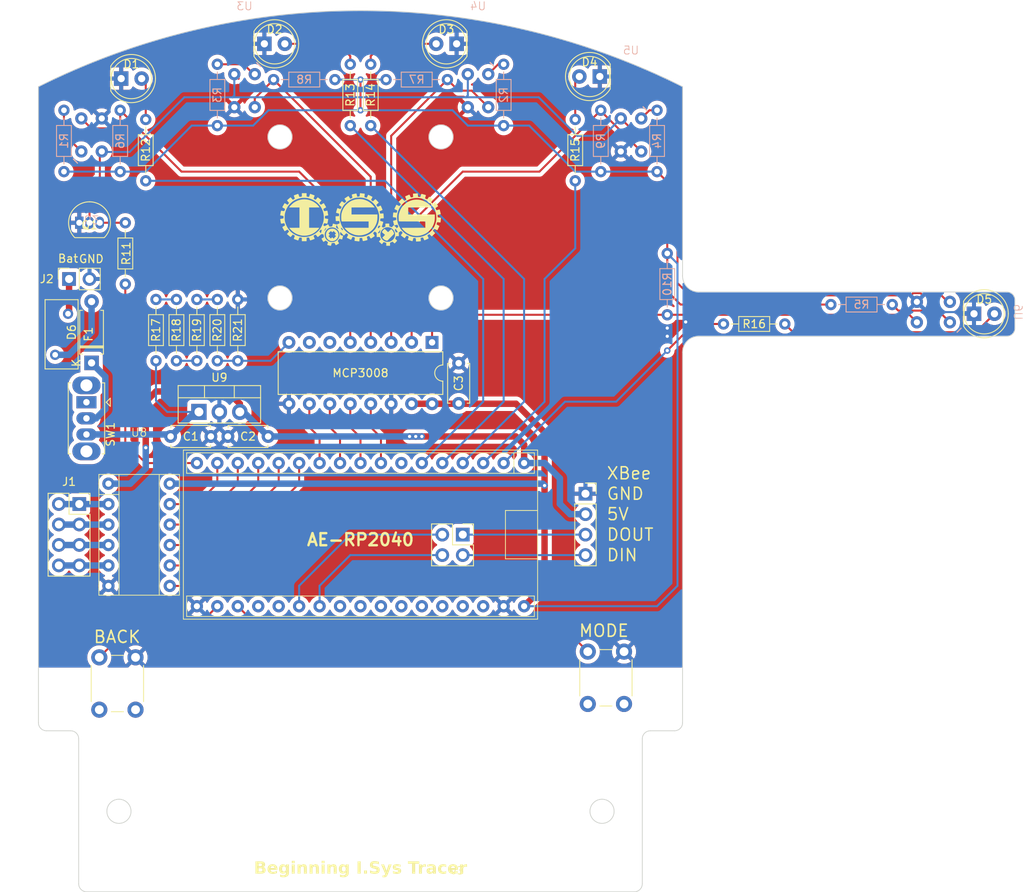
<source format=kicad_pcb>
(kicad_pcb (version 20221018) (generator pcbnew)
  (layers (0 "F.Cu" signal) (31 "B.Cu" signal) (34 "B.Paste" user) (35 "F.Paste" user) (36 "B.SilkS" user "B.Silkscreen") (37 "F.SilkS" user "F.Silkscreen") (38 "B.Mask" user) (39 "F.Mask" user) (44 "Edge.Cuts" user))
  (net 0 "")
  (net 1 "GND")
  (net 2 "+3V3")
  (net 3 "/MCP3008_CLK")
  (net 4 "/MCP3008_Dout")
  (net 5 "/MCP3008_Din")
  (net 6 "/MCP3008_CS")
  (net 7 "/sensor_L")
  (net 8 "/sensor_CR")
  (net 9 "/sensor_CL")
  (net 10 "/sensor_R")
  (net 11 "Net-(R1-Pad2)")
  (net 12 "Net-(R2-Pad2)")
  (net 13 "/sensor_Goal")
  (net 14 "+5V")
  (net 15 "/FET_D")
  (net 16 "Net-(J2-Pin_1)")
  (net 20 "/XBee_DOUT")
  (net 29 "Net-(Q1-B)")
  (net 30 "Net-(R3-Pad2)")
  (net 31 "Net-(R4-Pad2)")
  (net 32 "/FET_B")
  (net 33 "Net-(R5-Pad2)")
  (net 36 "+BATT")
  (net 37 "Net-(J1-Pin_1)")
  (net 38 "Net-(J1-Pin_3)")
  (net 39 "Net-(J1-Pin_5)")
  (net 40 "Net-(J1-Pin_7)")
  (net 41 "/DRV8835_MODE")
  (net 42 "/DRV8835_AIN1")
  (net 43 "/DRV8835_AIN2")
  (net 44 "/DRV8835_BIN1")
  (net 45 "/DRV8835_BIN2")
  (net 46 "Net-(D1-A)")
  (net 47 "Net-(D2-A)")
  (net 48 "Net-(D3-A)")
  (net 49 "Net-(D4-A)")
  (net 50 "Net-(D5-A)")
  (net 51 "/LED_L")
  (net 52 "/LED_CL")
  (net 53 "/LED_CR")
  (net 54 "/LED_R")
  (net 55 "/LED_Goal")
  (net 57 "/MODE")
  (net 58 "/BACK")
  (net 59 "Net-(R17-Pad2)")
  (net 60 "Net-(R18-Pad2)")
  (net 61 "Net-(R19-Pad2)")
  (net 62 "Net-(U7-CH7)")
  (net 63 "Net-(D6-K)")
  (net 64 "/V_Battery")
  (net 65 "/XBee_DIN")
  (net 66 "/RasPico_RX")
  (net 67 "/RasPico_TX")
  (footprint "Diode_THT:D_A-405_P7.62mm_Horizontal" (layer "F.Cu") (at 119 82.81 90)
    (fp_text reference "D6")
    (fp_text value "D")
  )
  (footprint "Capacitor_THT:C_Disc_D4.7mm_W2.5mm_P5.00mm" (layer "F.Cu") (at 128.818 91.948)
    (fp_text reference "C1")
    (fp_text value "C")
  )
  (footprint "Resistor_THT:R_Axial_DIN0204_L3.6mm_D1.6mm_P7.62mm_Horizontal" (layer "F.Cu") (at 151.13 53.34 90)
    (fp_text reference "R13")
    (fp_text value "R")
  )
  (footprint "Connector_PinSocket_2.54mm:PinSocket_2x02_P2.54mm_Vertical" (layer "F.Cu") (at 165.1 104.14)
    (fp_text reference "J4" hide)
    (fp_text value "Conn_02x02_Odd_Even")
  )
  (footprint "Package_DIP:DIP-16_W7.62mm" (layer "F.Cu") (at 161.29 80.264 -90)
    (fp_text reference "U7" hide)
    (fp_text value "MCP3008")
  )
  (footprint "AE-Compornents:AE-RP2040" (layer "F.Cu") (at 152.4 104.14 -90)
    (fp_text reference "U1" hide)
    (fp_text value "~")
  )
  (footprint "Capacitor_THT:C_Disc_D4.7mm_W2.5mm_P5.00mm" (layer "F.Cu") (at 140.93 91.948 180)
    (fp_text reference "C2")
    (fp_text value "C")
  )
  (footprint "AE-Compornents:AE-DRV8835" (layer "F.Cu") (at 124.905 104.16)
    (fp_text reference "U8")
    (fp_text value "~")
  )
  (footprint "LOGO" (layer "F.Cu") (at 152.4 65)
    (fp_text reference "G***" hide)
    (fp_text value "LOGO" hide)
  )
  (footprint "Resistor_THT:R_Axial_DIN0204_L3.6mm_D1.6mm_P7.62mm_Horizontal" (layer "F.Cu") (at 137.16 82.55 90)
    (fp_text reference "R21")
    (fp_text value "R")
  )
  (footprint "Connector_PinSocket_2.54mm:PinSocket_2x04_P2.54mm_Vertical" (layer "F.Cu") (at 117.475 100.34)
    (fp_text reference "J1")
    (fp_text value "Conn_02x04_Odd_Even")
  )
  (footprint "Package_TO_SOT_THT:TO-92_Inline" (layer "F.Cu") (at 117.475 65.405)
    (fp_text reference "Q1")
    (fp_text value "2SC1815")
  )
  (footprint "Resistor_THT:R_Axial_DIN0204_L3.6mm_D1.6mm_P7.62mm_Horizontal" (layer "F.Cu") (at 125.73 60.198 90)
    (fp_text reference "R12")
    (fp_text value "R")
  )
  (footprint "Connector_PinSocket_2.54mm:PinSocket_1x04_P2.54mm_Vertical" (layer "F.Cu") (at 180.34 99.06)
    (fp_text reference "J3" hide)
    (fp_text value "Conn_01x04_Socket")
  )
  (footprint "LED_THT:LED_D5.0mm" (layer "F.Cu") (at 182.123 47.244 180)
    (fp_text reference "D4")
    (fp_text value "LED")
  )
  (footprint "Resistor_THT:R_Axial_DIN0204_L3.6mm_D1.6mm_P7.62mm_Horizontal" (layer "F.Cu") (at 129.54 74.93 -90)
    (fp_text reference "R18")
    (fp_text value "R")
  )
  (footprint "LED_THT:LED_D5.0mm" (layer "F.Cu") (at 140.462 43.18)
    (fp_text reference "D2")
    (fp_text value "LED")
  )
  (footprint "Resistor_THT:R_Axial_DIN0204_L3.6mm_D1.6mm_P7.62mm_Horizontal" (layer "F.Cu") (at 132.08 82.55 90)
    (fp_text reference "R19")
    (fp_text value "R")
  )
  (footprint "Resistor_THT:R_Axial_DIN0204_L3.6mm_D1.6mm_P7.62mm_Horizontal" (layer "F.Cu") (at 134.62 74.93 -90)
    (fp_text reference "R20")
    (fp_text value "R")
  )
  (footprint "LED_THT:LED_D5.0mm" (layer "F.Cu") (at 164.338 43.18 180)
    (fp_text reference "D3")
    (fp_text value "LED")
  )
  (footprint "Resistor_THT:R_Axial_DIN0204_L3.6mm_D1.6mm_P7.62mm_Horizontal" (layer "F.Cu") (at 127 82.55 90)
    (fp_text reference "R17")
    (fp_text value "R")
  )
  (footprint "Resistor_THT:R_Axial_DIN0204_L3.6mm_D1.6mm_P7.62mm_Horizontal" (layer "F.Cu") (at 123.19 73.025 90)
    (fp_text reference "R11")
    (fp_text value "R")
  )
  (footprint "Package_TO_SOT_THT:TO-220-3_Vertical" (layer "F.Cu") (at 132.334 88.9)
    (fp_text reference "U9")
    (fp_text value "L7805")
  )
  (footprint "Resistor_THT:R_Axial_DIN0204_L3.6mm_D1.6mm_P7.62mm_Horizontal" (layer "F.Cu") (at 153.67 53.34 90)
    (fp_text reference "R14")
    (fp_text value "R")
  )
  (footprint "Button_Switch_THT:SW_PUSH_6mm" (layer "F.Cu") (at 180.63 125.17 90)
    (fp_text reference "SW2" hide)
    (fp_text value "SW_Push")
  )
  (footprint "Button_Switch_THT:SW_PUSH_6mm" (layer "F.Cu") (at 119.96 125.88 90)
    (fp_text reference "SW3" hide)
    (fp_text value "SW_Push")
  )
  (footprint "Capacitor_THT:C_Disc_D4.7mm_W2.5mm_P5.00mm" (layer "F.Cu") (at 164.592 87.844 90)
    (fp_text reference "C3")
    (fp_text value "C")
  )
  (footprint "Resistor_THT:R_Axial_DIN0204_L3.6mm_D1.6mm_P7.62mm_Horizontal" (layer "F.Cu") (at 179.07 60.198 90)
    (fp_text reference "R15")
    (fp_text value "R")
  )
  (footprint "Fuse:Fuse_BelFuse_0ZRE0005FF_L8.3mm_W3.8mm" (layer "F.Cu") (at 116.078 76.708 -90)
    (fp_text reference "F1")
    (fp_text value "Polyfuse")
  )
  (footprint "LED_THT:LED_D5.0mm" (layer "F.Cu") (at 122.677 47.498)
    (fp_text reference "D1")
    (fp_text value "LED")
  )
  (footprint "Button_Switch_THT:SW_Slide_1P2T_CK_OS102011MS2Q" (layer "F.Cu") (at 118.364 87.698 -90)
    (fp_text reference "SW1")
    (fp_text value "SW_SPDT")
  )
  (footprint "Connector_PinSocket_2.54mm:PinSocket_1x02_P2.54mm_Vertical" (layer "F.Cu") (at 116.205 72.39 90)
    (fp_text reference "J2")
    (fp_text value "Conn_01x02_Pin")
  )
  (footprint "Resistor_THT:R_Axial_DIN0204_L3.6mm_D1.6mm_P7.62mm_Horizontal" (layer "F.Cu") (at 197.485 77.978)
    (fp_text reference "R16")
    (fp_text value "R")
  )
  (footprint "LED_THT:LED_D5.0mm" (layer "F.Cu") (at 228.595 76.708)
    (fp_text reference "D5")
    (fp_text value "LED")
  )
  (footprint "Resistor_THT:R_Axial_DIN0204_L3.6mm_D1.6mm_P7.62mm_Horizontal" (layer "B.Cu") (at 210.82 75.565)
    (fp_text reference "R5")
    (fp_text value "R")
  )
  (footprint "AE-Parts:LBR-127HLD" (layer "B.Cu") (at 223.55 76.5 90)
    (fp_text reference "U6")
    (fp_text value "FODM217A")
  )
  (footprint "Resistor_THT:R_Axial_DIN0204_L3.6mm_D1.6mm_P7.62mm_Horizontal" (layer "B.Cu") (at 134.62 53.34 90)
    (fp_text reference "R3")
    (fp_text value "R")
  )
  (footprint "Resistor_THT:R_Axial_DIN0204_L3.6mm_D1.6mm_P7.62mm_Horizontal" (layer "B.Cu") (at 155.575 47.625)
    (fp_text reference "R7")
    (fp_text value "R")
  )
  (footprint "AE-Parts:LBR-127HLD" (layer "B.Cu") (at 138 49 180)
    (fp_text reference "U3")
    (fp_text value "FODM217A")
  )
  (footprint "Resistor_THT:R_Axial_DIN0204_L3.6mm_D1.6mm_P7.62mm_Horizontal" (layer "B.Cu") (at 182.245 59.055 90)
    (fp_text reference "R9")
    (fp_text value "R")
  )
  (footprint "Resistor_THT:R_Axial_DIN0204_L3.6mm_D1.6mm_P7.62mm_Horizontal" (layer "B.Cu") (at 190.5 69.215 -90)
    (fp_text reference "R10")
    (fp_text value "R")
  )
  (footprint "Resistor_THT:R_Axial_DIN0204_L3.6mm_D1.6mm_P7.62mm_Horizontal" (layer "B.Cu") (at 170.18 53.34 90)
    (fp_text reference "R2")
    (fp_text value "R")
  )
  (footprint "AE-Parts:LBR-127HLD" (layer "B.Cu") (at 167 49 180)
    (fp_text reference "U4")
    (fp_text value "FODM217A")
  )
  (footprint "Resistor_THT:R_Axial_DIN0204_L3.6mm_D1.6mm_P7.62mm_Horizontal" (layer "B.Cu") (at 149.225 47.625 180)
    (fp_text reference "R8")
    (fp_text value "R")
  )
  (footprint "AE-Parts:LBR-127HLD" (layer "B.Cu") (at 186 54.5 180)
    (fp_text reference "U5")
    (fp_text value "FODM217A")
  )
  (footprint "Resistor_THT:R_Axial_DIN0204_L3.6mm_D1.6mm_P7.62mm_Horizontal" (layer "B.Cu") (at 189.23 59.055 90)
    (fp_text reference "R4")
    (fp_text value "R")
  )
  (footprint "Resistor_THT:R_Axial_DIN0204_L3.6mm_D1.6mm_P7.62mm_Horizontal" (layer "B.Cu") (at 122.555 59.055 90)
    (fp_text reference "R6")
    (fp_text value "R")
  )
  (footprint "Resistor_THT:R_Axial_DIN0204_L3.6mm_D1.6mm_P7.62mm_Horizontal" (layer "B.Cu") (at 115.57 59.055 90)
    (fp_text reference "R1")
    (fp_text value "R")
  )
  (footprint "AE-Parts:LBR-127HLD" (layer "B.Cu") (at 119 54.5)
    (fp_text reference "U2")
    (fp_text value "FODM217A")
  )
  (gr_line (start 187.5 51) (end 188 51.5) (stroke (width 0.15)) (layer "B.SilkS"))
  (gr_line (start 139.5 45.5) (end 140 46) (stroke (width 0.15)) (layer "B.SilkS"))
  (gr_line (start 168.5 45.5) (end 169 46) (stroke (width 0.15)) (layer "B.SilkS"))
  (gr_line (start 117.25 58) (end 116.75 57.5) (stroke (width 0.15)) (layer "B.SilkS"))
  (gr_line (start 227 78.5) (end 226.5 79) (stroke (width 0.15)) (layer "B.SilkS"))
  (gr_line (start 118.4 148.5) (end 186.4 148.5) (stroke (width 0.1)) (layer "Edge.Cuts"))
  (gr_arc (start 187.4 147.5) (mid 187.107107 148.207107) (end 186.4 148.5) (stroke (width 0.1)) (layer "Edge.Cuts"))
  (gr_circle (center 142.4 54.746) (end 143.9 54.746) (stroke (width 0.1)) (fill none) (layer "Edge.Cuts"))
  (gr_arc (start 187.4 129.5) (mid 187.692893 128.792893) (end 188.4 128.5) (stroke (width 0.1)) (layer "Edge.Cuts"))
  (gr_circle (center 122.4 138.5) (end 123.9 138.5) (stroke (width 0.1)) (fill none) (layer "Edge.Cuts"))
  (gr_arc (start 232.68 74) (mid 233.387107 74.292893) (end 233.68 75) (stroke (width 0.1)) (layer "Edge.Cuts"))
  (gr_line (start 112.4 48.5) (end 112.4 127.5) (stroke (width 0.1)) (layer "Edge.Cuts"))
  (gr_line (start 233.68 75) (end 233.68 78.5) (stroke (width 0.1)) (layer "Edge.Cuts"))
  (gr_circle (center 162.4 54.746) (end 160.9 54.746) (stroke (width 0.1)) (fill none) (layer "Edge.Cuts"))
  (gr_line (start 192.4 127.5) (end 192.4 81.5) (stroke (width 0.1)) (layer "Edge.Cuts"))
  (gr_line (start 117.4 129.5) (end 117.4 147.5) (stroke (width 0.1)) (layer "Edge.Cuts"))
  (gr_arc (start 112.4 48.5) (mid 152.4 39.057281) (end 192.4 48.5) (stroke (width 0.1)) (layer "Edge.Cuts"))
  (gr_circle (center 162.4 74.746) (end 160.9 74.746) (stroke (width 0.1)) (fill none) (layer "Edge.Cuts"))
  (gr_line (start 192.4 48.5) (end 192.4 72) (stroke (width 0.1)) (layer "Edge.Cuts"))
  (gr_arc (start 194.4 74) (mid 192.985786 73.414214) (end 192.4 72) (stroke (width 0.1)) (layer "Edge.Cuts"))
  (gr_circle (center 182.4 138.5) (end 183.9 138.5) (stroke (width 0.1)) (fill none) (layer "Edge.Cuts"))
  (gr_arc (start 116.4 128.5) (mid 117.107107 128.792893) (end 117.4 129.5) (stroke (width 0.1)) (layer "Edge.Cuts"))
  (gr_arc (start 118.4 148.5) (mid 117.692893 148.207107) (end 117.4 147.5) (stroke (width 0.1)) (layer "Edge.Cuts"))
  (gr_arc (start 192.4 81.5) (mid 192.985786 80.085786) (end 194.4 79.5) (stroke (width 0.1)) (layer "Edge.Cuts"))
  (gr_line (start 232.68 79.5) (end 194.4 79.5) (stroke (width 0.1)) (layer "Edge.Cuts"))
  (gr_line (start 194.4 74) (end 232.68 74) (stroke (width 0.1)) (layer "Edge.Cuts"))
  (gr_circle (center 142.4 74.746) (end 143.9 74.746) (stroke (width 0.1)) (fill none) (layer "Edge.Cuts"))
  (gr_line (start 187.4 147.5) (end 187.4 129.5) (stroke (width 0.1)) (layer "Edge.Cuts"))
  (gr_line (start 188.4 128.5) (end 191.4 128.5) (stroke (width 0.1)) (layer "Edge.Cuts"))
  (gr_arc (start 233.68 78.5) (mid 233.387107 79.207107) (end 232.68 79.5) (stroke (width 0.1)) (layer "Edge.Cuts"))
  (gr_line (start 113.4 128.5) (end 116.4 128.5) (stroke (width 0.1)) (layer "Edge.Cuts"))
  (gr_arc (start 192.4 127.5) (mid 192.107107 128.207107) (end 191.4 128.5) (stroke (width 0.1)) (layer "Edge.Cuts"))
  (gr_arc (start 113.4 128.5) (mid 112.692893 128.207107) (end 112.4 127.5) (stroke (width 0.1)) (layer "Edge.Cuts"))
  (gr_text "MCP3008" (at 152.4 84.074) (layer "F.SilkS") (effects (font (size 1 1))))
  (gr_text "Beginning I.Sys Tracer" (at 152.4 146.5) (layer "F.SilkS") (effects (font (size 1.5 1.5) (thickness 0.3) bold) (justify bottom)))
  (gr_text "5V" (at 182.88 101.6) (layer "F.SilkS") (effects (font (size 1.5 1.5) (thickness 0.1875)) (justify left)))
  (gr_text "XBee" (at 182.88 96.52) (layer "F.SilkS") (effects (font (size 1.5 1.5) (thickness 0.1875)) (justify left)))
  (gr_text "AE-RP2040" (at 152.4 104.775) (layer "F.SilkS") (effects (font (size 1.5 1.5) (thickness 0.3) bold)))
  (gr_text "v3" (at 164.4 146.5) (layer "F.SilkS") (effects (font (size 1 1)) (justify bottom)))
  (gr_text "BACK" (at 122.174 116.84) (layer "F.SilkS") (effects (font (size 1.5 1.5) (thickness 0.2))))
  (gr_text "Bat" (at 116.078 69.85) (layer "F.SilkS") (effects (font (size 1 1))))
  (gr_text "DOUT" (at 182.88 104.14) (layer "F.SilkS") (effects (font (size 1.5 1.5) (thickness 0.1875)) (justify left)))
  (gr_text "DIN" (at 182.88 106.68) (layer "F.SilkS") (effects (font (size 1.5 1.5) (thickness 0.1875)) (justify left)))
  (gr_text "MODE" (at 182.626 116.078) (layer "F.SilkS") (effects (font (size 1.5 1.5) (thickness 0.2))))
  (gr_text "GND" (at 182.88 99.06) (layer "F.SilkS") (effects (font (size 1.5 1.5) (thickness 0.1875)) (justify left)))
  (gr_text "GND" (at 117.348 70.485) (layer "F.SilkS") (effects (font (size 1 1)) (justify left bottom)))
  (segment (start 221.604 75.565) (end 221.615 75.554) (width 0.25) (layer "F.Cu") (net 1))
  (via (at 190.5 78.486) (size 0.8) (drill 0.4) (layers "F.Cu" "B.Cu") (net 1))
  (via (at 192.786 77.724) (size 0.8) (drill 0.4) (layers "F.Cu" "B.Cu") (net 1))
  (via (at 190.5 79.502) (size 0.8) (drill 0.4) (layers "F.Cu" "B.Cu") (net 1))
  (segment (start 222.77 76.5) (end 221.5 75.23) (width 0.25) (layer "B.Cu") (net 1))
  (segment (start 228.595 76.708) (end 228.387 76.5) (width 0.25) (layer "B.Cu") (net 1))
  (segment (start 228.387 76.5) (end 222.77 76.5) (width 0.25) (layer "B.Cu") (net 1))
  (segment (start 175.26 91.44) (end 175.26 98.044) (width 0.8) (layer "F.Cu") (net 2))
  (segment (start 175.26 110.49) (end 172.72 113.03) (width 0.8) (layer "F.Cu") (net 2))
  (segment (start 190.5 60.325) (end 189.23 59.055) (width 0.25) (layer "F.Cu") (net 2))
  (segment (start 175.26 98.044) (end 175.26 110.49) (width 0.8) (layer "F.Cu") (net 2))
  (segment (start 190.5 69.215) (end 190.5 60.325) (width 0.25) (layer "F.Cu") (net 2))
  (segment (start 190.5 73.914) (end 190.5 69.215) (width 0.25) (layer "F.Cu") (net 2))
  (segment (start 152.4 47.625) (end 152.4 51.435) (width 0.25) (layer "F.Cu") (net 2))
  (segment (start 192.151 75.565) (end 190.5 73.914) (width 0.25) (layer "F.Cu") (net 2))
  (segment (start 171.704 87.884) (end 175.26 91.44) (width 0.8) (layer "F.Cu") (net 2))
  (segment (start 158.75 87.884) (end 171.704 87.884) (width 0.8) (layer "F.Cu") (net 2))
  (segment (start 210.82 75.565) (end 192.151 75.565) (width 0.25) (layer "F.Cu") (net 2))
  (via (at 175.26 98.044) (size 0.8) (drill 0.4) (layers "F.Cu" "B.Cu") (net 2))
  (via (at 152.4 47.625) (size 0.8) (drill 0.4) (layers "F.Cu" "B.Cu") (net 2))
  (via (at 152.4 51.435) (size 0.8) (drill 0.4) (layers "F.Cu" "B.Cu") (net 2))
  (segment (start 140.97 51.435) (end 139.065 53.34) (width 0.25) (layer "B.Cu") (net 2))
  (segment (start 139.065 53.34) (end 134.62 53.34) (width 0.25) (layer "B.Cu") (net 2))
  (segment (start 191.77 70.485) (end 191.77 110.49) (width 0.25) (layer "B.Cu") (net 2))
  (segment (start 175.026 97.81) (end 175.26 98.044) (width 0.8) (layer "B.Cu") (net 2))
  (segment (start 149.225 47.625) (end 152.4 47.625) (width 0.25) (layer "B.Cu") (net 2))
  (segment (start 170.18 53.34) (end 165.735 53.34) (width 0.25) (layer "B.Cu") (net 2))
  (segment (start 189.23 59.055) (end 179.07 59.055) (width 0.25) (layer "B.Cu") (net 2))
  (segment (start 191.77 110.49) (end 189.23 113.03) (width 0.25) (layer "B.Cu") (net 2))
  (segment (start 163.83 51.435) (end 152.4 51.435) (width 0.25) (layer "B.Cu") (net 2))
  (segment (start 190.5 69.215) (end 191.77 70.485) (width 0.25) (layer "B.Cu") (net 2))
  (segment (start 134.62 53.34) (end 131.445 53.34) (width 0.25) (layer "B.Cu") (net 2))
  (segment (start 152.4 47.625) (end 155.575 47.625) (width 0.25) (layer "B.Cu") (net 2))
  (segment (start 131.445 53.34) (end 125.73 59.055) (width 0.25) (layer "B.Cu") (net 2))
  (segment (start 179.07 59.055) (end 173.355 53.34) (width 0.25) (layer "B.Cu") (net 2))
  (segment (start 173.355 53.34) (end 170.18 53.34) (width 0.25) (layer "B.Cu") (net 2))
  (segment (start 128.715 97.81) (end 175.026 97.81) (width 0.8) (layer "B.Cu") (net 2))
  (segment (start 152.4 51.435) (end 140.97 51.435) (width 0.25) (layer "B.Cu") (net 2))
  (segment (start 189.23 113.03) (end 172.72 113.03) (width 0.25) (layer "B.Cu") (net 2))
  (segment (start 122.555 59.055) (end 115.57 59.055) (width 0.25) (layer "B.Cu") (net 2))
  (segment (start 165.735 53.34) (end 163.83 51.435) (width 0.25) (layer "B.Cu") (net 2))
  (segment (start 125.73 59.055) (end 122.555 59.055) (width 0.25) (layer "B.Cu") (net 2))
  (segment (start 153.67 90.805) (end 154.94 92.075) (width 0.25) (layer "F.Cu") (net 3))
  (segment (start 153.67 87.884) (end 153.67 90.805) (width 0.25) (layer "F.Cu") (net 3))
  (segment (start 154.94 92.075) (end 154.94 95.25) (width 0.25) (layer "F.Cu") (net 3))
  (segment (start 152.4 92.075) (end 152.4 95.25) (width 0.25) (layer "F.Cu") (net 4))
  (segment (start 151.13 90.805) (end 152.4 92.075) (width 0.25) (layer "F.Cu") (net 4))
  (segment (start 151.13 87.884) (end 151.13 90.805) (width 0.25) (layer "F.Cu") (net 4))
  (segment (start 148.59 87.884) (end 148.59 90.805) (width 0.25) (layer "F.Cu") (net 5))
  (segment (start 149.86 92.075) (end 149.86 95.25) (width 0.25) (layer "F.Cu") (net 5))
  (segment (start 148.59 90.805) (end 149.86 92.075) (width 0.25) (layer "F.Cu") (net 5))
  (segment (start 146.05 87.884) (end 146.05 90.805) (width 0.25) (layer "F.Cu") (net 6))
  (segment (start 146.05 90.805) (end 147.32 92.075) (width 0.25) (layer "F.Cu") (net 6))
  (segment (start 147.32 92.075) (end 147.32 95.25) (width 0.25) (layer "F.Cu") (net 6))
  (segment (start 122.555 52.705) (end 121.575 53.685) (width 0.25) (layer "F.Cu") (net 7))
  (segment (start 151.13 65.405) (end 144.78 59.055) (width 0.25) (layer "F.Cu") (net 7))
  (segment (start 130.175 59.055) (end 122.555 51.435) (width 0.25) (layer "F.Cu") (net 7))
  (segment (start 144.78 59.055) (end 130.175 59.055) (width 0.25) (layer "F.Cu") (net 7))
  (segment (start 151.13 80.264) (end 151.13 65.405) (width 0.25) (layer "F.Cu") (net 7))
  (segment (start 118.965 53.685) (end 117.73 52.45) (width 0.25) (layer "F.Cu") (net 7))
  (segment (start 121.575 53.685) (end 118.965 53.685) (width 0.25) (layer "F.Cu") (net 7))
  (segment (start 122.555 51.435) (end 122.555 52.705) (width 0.25) (layer "F.Cu") (net 7))
  (segment (start 164.57 49) (end 166.22 49) (width 0.25) (layer "F.Cu") (net 8))
  (segment (start 156.21 80.264) (end 156.21 54.61) (width 0.25) (layer "F.Cu") (net 8))
  (segment (start 156.21 54.61) (end 163.195 47.625) (width 0.25) (layer "F.Cu") (net 8))
  (segment (start 166.22 49) (end 168.27 51.05) (width 0.25) (layer "F.Cu") (net 8))
  (segment (start 163.195 47.625) (end 164.57 49) (width 0.25) (layer "F.Cu") (net 8))
  (segment (start 153.67 59.69) (end 141.605 47.625) (width 0.25) (layer "F.Cu") (net 9))
  (segment (start 153.67 59.69) (end 153.67 80.264) (width 0.25) (layer "F.Cu") (net 9))
  (segment (start 141.605 47.625) (end 139.27 49.96) (width 0.25) (layer "F.Cu") (net 9))
  (segment (start 139.27 49.96) (end 139.27 51.05) (width 0.25) (layer "F.Cu") (net 9))
  (segment (start 174.625 59.055) (end 182.245 51.435) (width 0.25) (layer "F.Cu") (net 10))
  (segment (start 182.245 51.525) (end 187.27 56.55) (width 0.25) (layer "F.Cu") (net 10))
  (segment (start 182.245 51.435) (end 182.245 51.525) (width 0.25) (layer "F.Cu") (net 10))
  (segment (start 158.75 65.405) (end 165.1 59.055) (width 0.25) (layer "F.Cu") (net 10))
  (segment (start 165.1 59.055) (end 174.625 59.055) (width 0.25) (layer "F.Cu") (net 10))
  (segment (start 158.75 65.405) (end 158.75 80.264) (width 0.25) (layer "F.Cu") (net 10))
  (segment (start 115.57 51.435) (end 115.57 54.39) (width 0.25) (layer "F.Cu") (net 11))
  (segment (start 115.57 54.39) (end 117.73 56.55) (width 0.25) (layer "F.Cu") (net 11))
  (segment (start 170.18 45.72) (end 169.5 45.72) (width 0.25) (layer "F.Cu") (net 12))
  (segment (start 169.5 45.72) (end 168.27 46.95) (width 0.25) (layer "F.Cu") (net 12))
  (segment (start 220.565 76.835) (end 220.5 76.835) (width 0.25) (layer "F.Cu") (net 13))
  (segment (start 162.941 76.835) (end 161.29 78.486) (width 0.25) (layer "F.Cu") (net 13))
  (segment (start 190.5 76.835) (end 162.941 76.835) (width 0.25) (layer "F.Cu") (net 13))
  (segment (start 221.5 77.77) (end 220.565 76.835) (width 0.25) (layer "F.Cu") (net 13))
  (segment (start 190.5 76.835) (end 220.5 76.835) (width 0.25) (layer "F.Cu") (net 13))
  (segment (start 161.29 78.486) (end 161.29 80.264) (width 0.25) (layer "F.Cu") (net 13))
  (segment (start 125.73 87.63) (end 125.73 93.345) (width 0.8) (layer "F.Cu") (net 14))
  (segment (start 127 86.36) (end 125.73 87.63) (width 0.8) (layer "F.Cu") (net 14))
  (segment (start 171.704 91.948) (end 172.72 92.964) (width 0.8) (layer "F.Cu") (net 14))
  (segment (start 158.496 91.948) (end 171.704 91.948) (width 0.8) (layer "F.Cu") (net 14))
  (segment (start 137.414 87.884) (end 135.89 86.36) (width 0.8) (layer "F.Cu") (net 14))
  (segment (start 135.89 86.36) (end 127 86.36) (width 0.8) (layer "F.Cu") (net 14))
  (segment (start 137.414 88.9) (end 137.414 87.884) (width 0.8) (layer "F.Cu") (net 14))
  (segment (start 172.72 92.964) (end 172.72 95.25) (width 0.8) (layer "F.Cu") (net 14))
  (via (at 160.02 91.948) (size 0.8) (drill 0.4) (layers "F.Cu" "B.Cu") (net 14))
  (via (at 158.496 91.948) (size 0.8) (drill 0.4) (layers "F.Cu" "B.Cu") (net 14))
  (via (at 159.258 91.948) (size 0.8) (drill 0.4) (layers "F.Cu" "B.Cu") (net 14))
  (via (at 125.73 93.345) (size 0.8) (drill 0.4) (layers "F.Cu" "B.Cu") (net 14))
  (segment (start 123.805 97.81) (end 121.095 97.81) (width 0.8) (layer "B.Cu") (net 14))
  (segment (start 177.165 97.155) (end 177.165 100.33) (width 0.8) (layer "B.Cu") (net 14))
  (segment (start 158.496 91.948) (end 159.258 91.948) (width 0.8) (layer "B.Cu") (net 14))
  (segment (start 137.882 88.9) (end 140.93 91.948) (width 0.8) (layer "B.Cu") (net 14))
  (segment (start 137.414 88.9) (end 137.882 88.9) (width 0.8) (layer "B.Cu") (net 14))
  (segment (start 175.26 95.25) (end 177.165 97.155) (width 0.8) (layer "B.Cu") (net 14))
  (segment (start 172.72 95.25) (end 175.26 95.25) (width 0.8) (layer "B.Cu") (net 14))
  (segment (start 178.435 101.6) (end 180.34 101.6) (width 0.8) (layer "B.Cu") (net 14))
  (segment (start 140.93 91.948) (end 158.496 91.948) (width 0.8) (layer "B.Cu") (net 14))
  (segment (start 177.165 100.33) (end 178.435 101.6) (width 0.8) (layer "B.Cu") (net 14))
  (segment (start 125.73 93.345) (end 125.73 95.885) (width 0.8) (layer "B.Cu") (net 14))
  (segment (start 125.73 95.885) (end 123.805 97.81) (width 0.8) (layer "B.Cu") (net 14))
  (segment (start 159.258 91.948) (end 160.02 91.948) (width 0.8) (layer "B.Cu") (net 14))
  (segment (start 191.77 58.27) (end 188.5 55) (width 0.25) (layer "F.Cu") (net 15))
  (segment (start 188.5 55) (end 187.28 55) (width 0.25) (layer "F.Cu") (net 15))
  (segment (start 193.294 74.422) (end 191.77 72.898) (width 0.25) (layer "F.Cu") (net 15))
  (segment (start 222.229251 74.422) (end 221.950251 74.143) (width 0.25) (layer "F.Cu") (net 15))
  (segment (start 120.026 56.794) (end 120.026 59.689) (width 0.25) (layer "F.Cu") (net 15))
  (segment (start 118.745 60.97) (end 118.745 65.405) (width 0.25) (layer "F.Cu") (net 15))
  (segment (start 221.950251 74.143) (end 221.049749 74.143) (width 0.25) (layer "F.Cu") (net 15))
  (segment (start 137.265 46.895) (end 137.265 47.53) (width 0.25) (layer "F.Cu") (net 15))
  (segment (start 120.27 56.55) (end 120.026 56.794) (width 0.25) (layer "F.Cu") (net 15))
  (segment (start 187.28 55) (end 184.73 52.45) (width 0.25) (layer "F.Cu") (net 15))
  (segment (start 191.77 72.898) (end 191.77 58.27) (width 0.25) (layer "F.Cu") (net 15))
  (segment (start 224.536 74.422) (end 222.229251 74.422) (width 0.25) (layer "F.Cu") (net 15))
  (segment (start 120.026 59.689) (end 118.745 60.97) (width 0.25) (layer "F.Cu") (net 15))
  (segment (start 221.049749 74.143) (end 220.770749 74.422) (width 0.25) (layer "F.Cu") (net 15))
  (segment (start 220.770749 74.422) (end 193.294 74.422) (width 0.25) (layer "F.Cu") (net 15))
  (segment (start 225.615 75.554) (end 225.615 75.501) (width 0.25) (layer "F.Cu") (net 15))
  (segment (start 225.615 75.501) (end 224.536 74.422) (width 0.25) (layer "F.Cu") (net 15))
  (segment (start 165.73 49.59) (end 165.5 49.82) (width 0.25) (layer "B.Cu") (net 15))
  (segment (start 136.73 46.95) (end 136.73 49.59) (width 0.25) (layer "B.Cu") (net 15))
  (segment (start 165.5 49.82) (end 174.534 49.82) (width 0.25) (layer "B.Cu") (net 15))
  (segment (start 130.52 49.82) (end 136.5 49.82) (width 0.25) (layer "B.Cu") (net 15))
  (segment (start 179.324 54.61) (end 182.57 54.61) (width 0.25) (layer "B.Cu") (net 15))
  (segment (start 136.5 49.82) (end 165.5 49.82) (width 0.25) (layer "B.Cu") (net 15))
  (segment (start 120.015 56.61) (end 123.73 56.61) (width 0.25) (layer "B.Cu") (net 15))
  (segment (start 136.73 49.59) (end 136.5 49.82) (width 0.25) (layer "B.Cu") (net 15))
  (segment (start 123.73 56.61) (end 130.52 49.82) (width 0.25) (layer "B.Cu") (net 15))
  (segment (start 174.534 49.82) (end 179.324 54.61) (width 0.25) (layer "B.Cu") (net 15))
  (segment (start 182.57 54.61) (end 184.73 52.45) (width 0.25) (layer "B.Cu") (net 15))
  (segment (start 165.73 46.95) (end 165.73 49.59) (width 0.25) (layer "B.Cu") (net 15))
  (segment (start 116.205 72.39) (end 116.205 76.581) (width 0.8) (layer "F.Cu") (net 16))
  (segment (start 116.205 76.581) (end 116.078 76.708) (width 0.8) (layer "F.Cu") (net 16))
  (segment (start 180.34 104.14) (end 165.1 104.14) (width 0.25) (layer "B.Cu") (net 20))
  (segment (start 120.015 65.405) (end 123.19 65.405) (width 0.25) (layer "F.Cu") (net 29))
  (segment (start 134.62 45.72) (end 137.89 45.72) (width 0.25) (layer "F.Cu") (net 30))
  (segment (start 137.89 45.72) (end 139.065 46.895) (width 0.25) (layer "F.Cu") (net 30))
  (segment (start 188.285 51.435) (end 187.27 52.45) (width 0.25) (layer "F.Cu") (net 31))
  (segment (start 189.23 51.435) (end 188.285 51.435) (width 0.25) (layer "F.Cu") (net 31))
  (segment (start 125.73 95.25) (end 132.08 95.25) (width 0.25) (layer "F.Cu") (net 32))
  (segment (start 123.19 92.71) (end 125.73 95.25) (width 0.25) (layer "F.Cu") (net 32))
  (segment (start 123.19 73.025) (end 123.19 92.71) (width 0.25) (layer "F.Cu") (net 32))
  (segment (start 224.147 76.317) (end 225.6 77.77) (width 0.25) (layer "F.Cu") (net 33))
  (segment (start 218.44 75.565) (end 219.192 76.317) (width 0.25) (layer "F.Cu") (net 33))
  (segment (start 219.192 76.317) (end 224.147 76.317) (width 0.25) (layer "F.Cu") (net 33))
  (segment (start 119 79) (end 116.192 81.808) (width 0.8) (layer "B.Cu") (net 36))
  (segment (start 119 75.19) (end 119 79) (width 0.8) (layer "B.Cu") (net 36))
  (segment (start 116.192 81.808) (end 114.478 81.808) (width 0.8) (layer "B.Cu") (net 36))
  (segment (start 121.095 100.35) (end 114.945 100.35) (width 0.8) (layer "B.Cu") (net 37))
  (segment (start 114.945 100.35) (end 114.935 100.34) (width 0.8) (layer "B.Cu") (net 37))
  (segment (start 114.945 102.89) (end 114.935 102.88) (width 0.8) (layer "B.Cu") (net 38))
  (segment (start 121.095 102.89) (end 114.945 102.89) (width 0.8) (layer "B.Cu") (net 38))
  (segment (start 114.945 105.43) (end 114.935 105.42) (width 0.8) (layer "B.Cu") (net 39))
  (segment (start 121.095 105.43) (end 114.945 105.43) (width 0.8) (layer "B.Cu") (net 39))
  (segment (start 114.945 107.97) (end 114.935 107.96) (width 0.8) (layer "B.Cu") (net 40))
  (segment (start 121.095 107.97) (end 114.945 107.97) (width 0.8) (layer "B.Cu") (net 40))
  (segment (start 128.715 100.35) (end 132.06 100.35) (width 0.25) (layer "F.Cu") (net 41))
  (segment (start 134.62 97.79) (end 134.62 95.25) (width 0.25) (layer "F.Cu") (net 41))
  (segment (start 132.06 100.35) (end 134.62 97.79) (width 0.25) (layer "F.Cu") (net 41))
  (segment (start 137.16 97.79) (end 132.06 102.89) (width 0.25) (layer "F.Cu") (net 42))
  (segment (start 132.06 102.89) (end 128.715 102.89) (width 0.25) (layer "F.Cu") (net 42))
  (segment (start 137.16 95.25) (end 137.16 97.79) (width 0.25) (layer "F.Cu") (net 42))
  (segment (start 128.715 105.43) (end 132.06 105.43) (width 0.25) (layer "F.Cu") (net 43))
  (segment (start 132.06 105.43) (end 139.7 97.79) (width 0.25) (layer "F.Cu") (net 43))
  (segment (start 139.7 97.79) (end 139.7 95.25) (width 0.25) (layer "F.Cu") (net 43))
  (segment (start 142.24 97.79) (end 132.06 107.97) (width 0.25) (layer "F.Cu") (net 44))
  (segment (start 132.06 107.97) (end 128.715 107.97) (width 0.25) (layer "F.Cu") (net 44))
  (segment (start 142.24 95.25) (end 142.24 97.79) (width 0.25) (layer "F.Cu") (net 44))
  (segment (start 144.78 97.79) (end 132.06 110.51) (width 0.25) (layer "F.Cu") (net 45))
  (segment (start 144.78 95.25) (end 144.78 97.79) (width 0.25) (layer "F.Cu") (net 45))
  (segment (start 132.06 110.51) (end 128.715 110.51) (width 0.25) (layer "F.Cu") (net 45))
  (segment (start 125.73 48.011) (end 125.217 47.498) (width 0.25) (layer "F.Cu") (net 46))
  (segment (start 125.73 52.578) (end 125.73 48.011) (width 0.25) (layer "F.Cu") (net 46))
  (segment (start 151.13 44.704) (end 151.13 45.72) (width 0.25) (layer "F.Cu") (net 47))
  (segment (start 149.606 43.18) (end 151.13 44.704) (width 0.25) (layer "F.Cu") (net 47))
  (segment (start 143.002 43.18) (end 149.606 43.18) (width 0.25) (layer "F.Cu") (net 47))
  (segment (start 155.194 43.18) (end 153.67 44.704) (width 0.25) (layer "F.Cu") (net 48))
  (segment (start 161.798 43.18) (end 155.194 43.18) (width 0.25) (layer "F.Cu") (net 48))
  (segment (start 153.67 44.704) (end 153.67 45.72) (width 0.25) (layer "F.Cu") (net 48))
  (segment (start 179.07 47.757) (end 179.583 47.244) (width 0.25) (layer "F.Cu") (net 49))
  (segment (start 179.07 52.578) (end 179.07 47.757) (width 0.25) (layer "F.Cu") (net 49))
  (segment (start 228.843 79) (end 231.135 76.708) (width 0.25) (layer "F.Cu") (net 50))
  (segment (start 205.105 77.978) (end 206.127 79) (width 0.25) (layer "F.Cu") (net 50))
  (segment (start 206.127 79) (end 228.843 79) (width 0.25) (layer "F.Cu") (net 50))
  (segment (start 167.64 87.63) (end 160.02 95.25) (width 0.25) (layer "B.Cu") (net 51))
  (segment (start 125.73 60.198) (end 155.448 60.198) (width 0.25) (layer "B.Cu") (net 51))
  (segment (start 167.64 72.39) (end 167.64 87.63) (width 0.25) (layer "B.Cu") (net 51))
  (segment (start 155.448 60.198) (end 167.64 72.39) (width 0.25) (layer "B.Cu") (net 51))
  (segment (start 170.18 72.39) (end 170.18 87.63) (width 0.25) (layer "B.Cu") (net 52))
  (segment (start 151.13 53.34) (end 170.18 72.39) (width 0.25) (layer "B.Cu") (net 52))
  (segment (start 170.18 87.63) (end 162.56 95.25) (width 0.25) (layer "B.Cu") (net 52))
  (segment (start 172.72 87.63) (end 172.72 72.39) (width 0.25) (layer "B.Cu") (net 53))
  (segment (start 165.1 95.25) (end 172.72 87.63) (width 0.25) (layer "B.Cu") (net 53))
  (segment (start 172.72 72.39) (end 153.67 53.34) (width 0.25) (layer "B.Cu") (net 53))
  (segment (start 175.26 72.39) (end 175.26 87.63) (width 0.25) (layer "B.Cu") (net 54))
  (segment (start 179.07 60.198) (end 179.07 68.58) (width 0.25) (layer "B.Cu") (net 54))
  (segment (start 179.07 68.58) (end 175.26 72.39) (width 0.25) (layer "B.Cu") (net 54))
  (segment (start 175.26 87.63) (end 167.64 95.25) (width 0.25) (layer "B.Cu") (net 54))
  (segment (start 193.802 77.978) (end 190.5 81.28) (width 0.25) (layer "F.Cu") (net 55))
  (segment (start 197.485 77.978) (end 193.802 77.978) (width 0.25) (layer "F.Cu") (net 55))
  (via (at 190.5 81.28) (size 0.8) (drill 0.4) (layers "F.Cu" "B.Cu") (net 55))
  (segment (start 170.18 95.25) (end 177.8 87.63) (width 0.25) (layer "B.Cu") (net 55))
  (segment (start 177.8 87.63) (end 184.15 87.63) (width 0.25) (layer "B.Cu") (net 55))
  (segment (start 184.15 87.63) (end 190.5 81.28) (width 0.25) (layer "B.Cu") (net 55))
  (segment (start 137.16 113.03) (end 140.97 116.84) (width 0.25) (layer "F.Cu") (net 57))
  (segment (start 178.8 116.84) (end 180.63 118.67) (width 0.25) (layer "F.Cu") (net 57))
  (segment (start 140.97 116.84) (end 178.8 116.84) (width 0.25) (layer "F.Cu") (net 57))
  (segment (start 134.62 113.03) (end 130.81 116.84) (width 0.25) (layer "F.Cu") (net 58))
  (segment (start 130.81 116.84) (end 122.5 116.84) (width 0.25) (layer "F.Cu") (net 58))
  (segment (start 122.5 116.84) (end 119.96 119.38) (width 0.25) (layer "F.Cu") (net 58))
  (segment (start 127 74.93) (end 129.54 74.93) (width 0.25) (layer "B.Cu") (net 59))
  (segment (start 129.54 82.55) (end 132.08 82.55) (width 0.25) (layer "B.Cu") (net 60))
  (segment (start 132.08 74.93) (end 134.62 74.93) (width 0.25) (layer "B.Cu") (net 61))
  (segment (start 134.62 82.55) (end 141.224 82.55) (width 0.25) (layer "B.Cu") (net 62))
  (segment (start 141.224 82.55) (end 143.51 80.264) (width 0.25) (layer "B.Cu") (net 62))
  (segment (start 119.564 89.698) (end 118.364 89.698) (width 0.8) (layer "B.Cu") (net 63))
  (segment (start 119 82.81) (end 120.714 84.524) (width 0.8) (layer "B.Cu") (net 63))
  (segment (start 120.714 88.548) (end 119.564 89.698) (width 0.8) (layer "B.Cu") (net 63))
  (segment (start 120.714 84.524) (end 120.714 88.548) (width 0.8) (layer "B.Cu") (net 63))
  (segment (start 127 87.5) (end 128.4 88.9) (width 0.25) (layer "B.Cu") (net 64))
  (segment (start 132.334 88.9) (end 131.866 88.9) (width 0.8) (layer "B.Cu") (net 64))
  (segment (start 127 82.55) (end 127 87.5) (width 0.25) (layer "B.Cu") (net 64))
  (segment (start 118.364 91.698) (end 128.568 91.698) (width 0.8) (layer "B.Cu") (net 64))
  (segment (start 128.4 88.9) (end 132.334 88.9) (width 0.25) (layer "B.Cu") (net 64))
  (segment (start 119.414 91.698) (end 118.364 91.698) (width 0.8) (layer "B.Cu") (net 64))
  (segment (start 131.866 88.9) (end 128.818 91.948) (width 0.8) (layer "B.Cu") (net 64))
  (segment (start 128.568 91.698) (end 128.818 91.948) (width 0.8) (layer "B.Cu") (net 64))
  (segment (start 165.1 106.68) (end 180.34 106.68) (width 0.25) (layer "B.Cu") (net 65))
  (segment (start 151.13 104.14) (end 144.78 110.49) (width 0.25) (layer "B.Cu") (net 66))
  (segment (start 144.78 110.49) (end 144.78 113.03) (width 0.25) (layer "B.Cu") (net 66))
  (segment (start 162.56 104.14) (end 151.13 104.14) (width 0.25) (layer "B.Cu") (net 66))
  (segment (start 151.13 106.68) (end 162.56 106.68) (width 0.25) (layer "B.Cu") (net 67))
  (segment (start 147.32 113.03) (end 147.32 110.49) (width 0.25) (layer "B.Cu") (net 67))
  (segment (start 147.32 110.49) (end 151.13 106.68) (width 0.25) (layer "B.Cu") (net 67))
  (zone (net 1) (net_name "GND") (layer "F.Cu") (priority 1) (connect_pads (clearance 0.5)) (min_thickness 0.25) (fill yes (thermal_gap 0.5) (thermal_bridge_width 0.5))
    (polygon (pts (xy 112.395 120.65) (xy 192.405 120.65) (xy 192.405 81.28) (xy 233.677794 81.28) (xy 233.69492 81.262874) (xy 233.69492 72.40492) (xy 233.68 72.39) (xy 192.405 72.39) (xy 192.405 38.735) (xy 112.395 38.735)))
  )
  (zone (net 1) (net_name "GND") (layer "B.Cu") (connect_pads (clearance 0.5)) (min_thickness 0.25) (fill yes (thermal_gap 0.5) (thermal_bridge_width 0.5))
    (polygon (pts (xy 112.395 120.65) (xy 192.405 120.65) (xy 192.405 81.28) (xy 233.677794 81.28) (xy 233.69492 81.297126) (xy 233.69492 72.40492) (xy 233.68 72.39) (xy 192.405 72.39) (xy 192.405 38.735) (xy 112.395 38.735)))
  )
)
</source>
